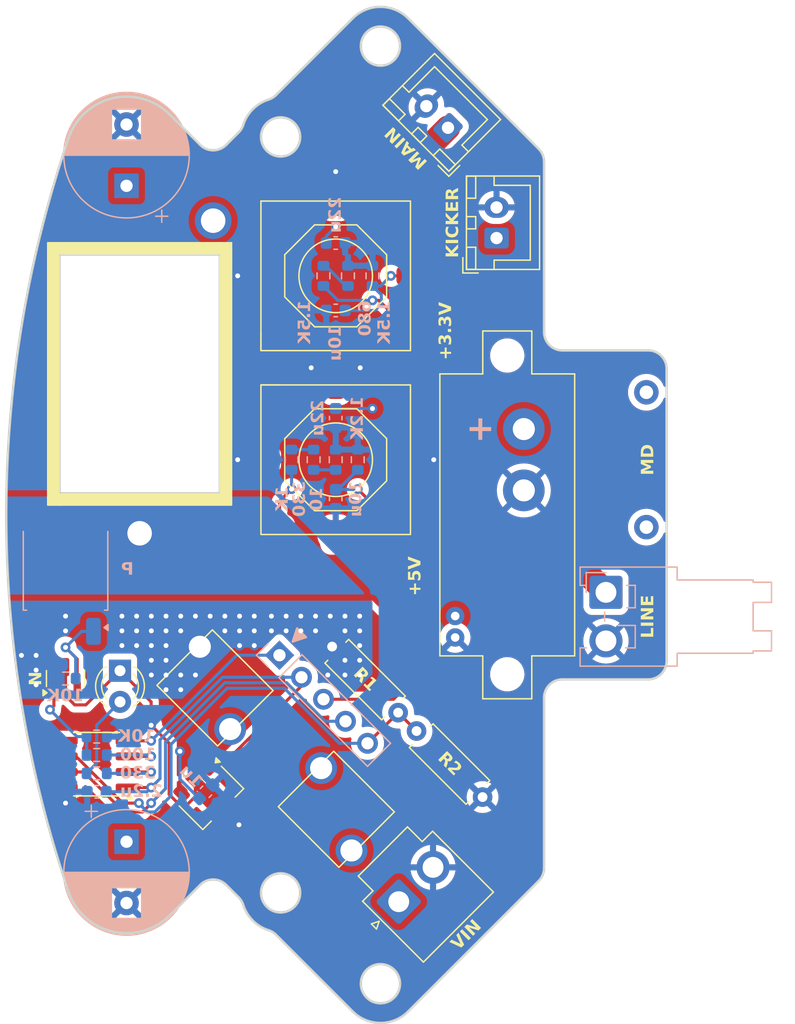
<source format=kicad_pcb>
(kicad_pcb (version 20240108) (generator "pcbnew") (generator_version "8.0")
  (layers (0 "F.Cu" signal) (31 "B.Cu" signal) (34 "B.Paste" user) (35 "F.Paste" user) (36 "B.SilkS" user "B.Silkscreen") (37 "F.SilkS" user "F.Silkscreen") (38 "B.Mask" user) (39 "F.Mask" user) (44 "Edge.Cuts" user))
  (net 0 "")
  (net 1 "GND")
  (net 2 "VIN")
  (net 3 "+3.3V")
  (net 4 "V_RAW")
  (net 5 "+3.3VA")
  (net 6 "+5V")
  (net 7 "Net-(D1-A)")
  (net 8 "Net-(J1-Pin_1)")
  (net 9 "ICSPDAT")
  (net 10 "ICSPCLK")
  (net 11 "MCLR{slash}VPP")
  (net 12 "Net-(Q1-G)")
  (net 13 "Net-(Q1-D)")
  (net 14 "Net-(Q2-G)")
  (net 15 "Net-(U1-GP5)")
  (net 16 "Net-(R6-Pad2)")
  (net 17 "Net-(U2-Trim)")
  (net 18 "V_Control")
  (net 19 "Net-(U4-Trim)")
  (net 20 "Net-(R12-Pad2)")
  (net 21 "Net-(R13-Pad2)")
  (footprint "@2024-Power:Fuse" (layer "F.Cu") (at 92.945 160.605 135)
    (property "Reference" "F1" (hide yes))
    (property "Value" "10A/15A")
    (pad "1" thru_hole circle (at -10.25 -1.5 225) (size 2.6 2.6) (drill 1.8) (layers "*.Cu" "*.Mask") (net 8 "Net-(J1-Pin_1)"))
    (pad "1" thru_hole circle (at -3.75 1.499999 225) (size 2.6 2.6) (drill 1.8) (layers "*.Cu" "*.Mask") (net 8 "Net-(J1-Pin_1)"))
    (pad "2" thru_hole circle (at 3.75 -1.499999 225) (size 2.6 2.6) (drill 1.8) (layers "*.Cu" "*.Mask") (net 4 "V_RAW"))
    (pad "2" thru_hole circle (at 10.25 1.5 225) (size 2.6 2.6) (drill 1.8) (layers "*.Cu" "*.Mask") (net 4 "V_RAW"))
  )
  (footprint "Resistor_THT:R_Axial_DIN0207_L6.3mm_D2.5mm_P7.62mm_Horizontal" (layer "F.Cu") (at 97.552484 152.282839 -45)
    (property "Reference" "R1" (at 3.81 0 135) (layer "F.SilkS"))
    (property "Value" "R")
    (pad "1" thru_hole circle (at 0 0 315) (size 1.6 1.6) (drill 0.8) (layers "*.Cu" "*.Mask") (net 4 "V_RAW"))
    (pad "2" thru_hole oval (at 7.62 0 315) (size 1.6 1.6) (drill 0.8) (layers "*.Cu" "*.Mask") (net 10 "ICSPCLK"))
  )
  (footprint "Package_SO:SOP-8_3.76x4.96mm_P1.27mm" (layer "F.Cu") (at 78.34 161.875 180)
    (property "Reference" "U1" (hide yes))
    (property "Value" "PIC12F683-IMC")
    (pad "1" smd roundrect (at -2.5375 -1.905 180) (size 1.975 0.65) (layers "F.Cu" "F.Paste" "F.Mask") (net 5 "+3.3VA"))
    (pad "2" smd roundrect (at -2.5375 -0.635 180) (size 1.975 0.65) (layers "F.Cu" "F.Paste" "F.Mask") (net 15 "Net-(U1-GP5)"))
    (pad "3" smd roundrect (at -2.5375 0.635 180) (size 1.975 0.65) (layers "F.Cu" "F.Paste" "F.Mask") (net 18 "V_Control"))
    (pad "4" smd roundrect (at -2.5375 1.905 180) (size 1.975 0.65) (layers "F.Cu" "F.Paste" "F.Mask") (net 11 "MCLR{slash}VPP"))
    (pad "5" smd roundrect (at 2.5375 1.905 180) (size 1.975 0.65) (layers "F.Cu" "F.Paste" "F.Mask"))
    (pad "6" smd roundrect (at 2.5375 0.635 180) (size 1.975 0.65) (layers "F.Cu" "F.Paste" "F.Mask") (net 10 "ICSPCLK"))
    (pad "7" smd roundrect (at 2.5375 -0.635 180) (size 1.975 0.65) (layers "F.Cu" "F.Paste" "F.Mask") (net 9 "ICSPDAT"))
    (pad "8" smd roundrect (at 2.5375 -1.905 180) (size 1.975 0.65) (layers "F.Cu" "F.Paste" "F.Mask") (net 1 "GND"))
  )
  (footprint "@2024-Power:OKL-T6-W12N-C" (layer "F.Cu") (at 97.845 122.04)
    (property "Reference" "+3.3V" (at 9 4.5 90) (layer "F.SilkS"))
    (property "Value" "~")
    (pad "1" smd roundrect (at -6.1 0 180) (size 2.286 1.524) (layers "F.Cu" "F.Paste" "F.Mask") (net 1 "GND"))
    (pad "2" smd roundrect (at -6.1 -4.58 180) (size 2.286 1.524) (layers "F.Cu" "F.Paste" "F.Mask") (net 2 "VIN"))
    (pad "2" smd roundrect (at -2.29 -6.1 90) (size 2.286 1.524) (layers "F.Cu" "F.Paste" "F.Mask") (net 2 "VIN"))
    (pad "3" smd roundrect (at 0 -6.1 90) (size 2.286 1.524) (layers "F.Cu" "F.Paste" "F.Mask") (net 1 "GND"))
    (pad "3" smd roundrect (at 2.29 -6.1 90) (size 2.286 1.524) (layers "F.Cu" "F.Paste" "F.Mask") (net 1 "GND"))
    (pad "4" smd roundrect (at 6.1 -4.58 180) (size 2.286 1.524) (layers "F.Cu" "F.Paste" "F.Mask") (net 3 "+3.3V"))
    (pad "5" smd roundrect (at 6.1 0 180) (size 2.286 1.524) (layers "F.Cu" "F.Paste" "F.Mask") (net 3 "+3.3V"))
    (pad "6" smd roundrect (at 6.1 4.58 180) (size 2.286 1.524) (layers "F.Cu" "F.Paste" "F.Mask") (net 17 "Net-(U2-Trim)"))
    (pad "7" smd roundrect (at 0 6.1 90) (size 2.286 1.524) (layers "F.Cu" "F.Paste" "F.Mask") (net 1 "GND"))
  )
  (footprint "@2024-Power:OKL-T6-W12N-C" (layer "F.Cu") (at 97.845 137.04 -90)
    (property "Reference" "+5V" (at 9.5 -6.5 90) (layer "F.SilkS"))
    (property "Value" "~")
    (pad "1" smd roundrect (at -6.1 0 90) (size 2.286 1.524) (layers "F.Cu" "F.Paste" "F.Mask") (net 1 "GND"))
    (pad "2" smd roundrect (at -6.1 -4.58 90) (size 2.286 1.524) (layers "F.Cu" "F.Paste" "F.Mask") (net 2 "VIN"))
    (pad "2" smd roundrect (at -2.29 -6.1) (size 2.286 1.524) (layers "F.Cu" "F.Paste" "F.Mask") (net 2 "VIN"))
    (pad "3" smd roundrect (at 0 -6.1) (size 2.286 1.524) (layers "F.Cu" "F.Paste" "F.Mask") (net 1 "GND"))
    (pad "3" smd roundrect (at 2.29 -6.1) (size 2.286 1.524) (layers "F.Cu" "F.Paste" "F.Mask") (net 1 "GND"))
    (pad "4" smd roundrect (at 6.1 -4.58 90) (size 2.286 1.524) (layers "F.Cu" "F.Paste" "F.Mask") (net 6 "+5V"))
    (pad "5" smd roundrect (at 6.1 0 90) (size 2.286 1.524) (layers "F.Cu" "F.Paste" "F.Mask") (net 6 "+5V"))
    (pad "6" smd roundrect (at 6.1 4.58 90) (size 2.286 1.524) (layers "F.Cu" "F.Paste" "F.Mask") (net 19 "Net-(U4-Trim)"))
    (pad "7" smd roundrect (at 0 6.1) (size 2.286 1.524) (layers "F.Cu" "F.Paste" "F.Mask") (net 1 "GND"))
  )
  (footprint "Connector_JST:JST_VH_B2P-VH-B_1x02_P3.96mm_Vertical" (layer "F.Cu") (at 102.987374 173.09155 45)
    (property "Reference" "VIN" (at 1.98 5.848023 45) (layer "F.SilkS"))
    (property "Value" "Conn_01x02_Pin")
    (pad "1" thru_hole roundrect (at 0 0 45) (size 2.7 2.7) (drill 1.7) (layers "*.Cu" "*.Mask") (roundrect_rratio 0.092593) (net 8 "Net-(J1-Pin_1)"))
    (pad "2" thru_hole circle (at 3.96 0 45) (size 2.7 2.7) (drill 1.7) (layers "*.Cu" "*.Mask") (net 1 "GND"))
  )
  (footprint "Connector_JST:JST_XH_B2B-XH-A_1x02_P2.50mm_Vertical" (layer "F.Cu") (at 107.007453 109.964039 135)
    (property "Reference" "MAIN" (at 1.25 -3.550001 135) (layer "F.SilkS"))
    (property "Value" "Conn_01x02_Pin")
    (pad "1" thru_hole roundrect (at 0 0 135) (size 1.7 2) (drill 1) (layers "*.Cu" "*.Mask") (roundrect_rratio 0.147059) (net 3 "+3.3V"))
    (pad "2" thru_hole oval (at 2.5 0 135) (size 1.7 2) (drill 1) (layers "*.Cu" "*.Mask") (net 1 "GND"))
  )
  (footprint "Package_TO_SOT_SMD:SOT-23" (layer "F.Cu") (at 75.8 154.89 90)
    (property "Reference" "N" (at 0 -2.4 -90) (layer "F.SilkS"))
    (property "Value" "NMOS")
    (pad "1" smd roundrect (at -0.9375 -0.95 90) (size 1.475 0.6) (layers "F.Cu" "F.Paste" "F.Mask") (net 14 "Net-(Q2-G)"))
    (pad "2" smd roundrect (at -0.9375 0.95 90) (size 1.475 0.6) (layers "F.Cu" "F.Paste" "F.Mask") (net 12 "Net-(Q1-G)"))
    (pad "3" smd roundrect (at 0.9375 0 90) (size 1.475 0.6) (layers "F.Cu" "F.Paste" "F.Mask") (net 1 "GND"))
  )
  (footprint "@2024-Power:VoltMeter" (layer "F.Cu") (at 111.845 141.54 -90)
    (property "Reference" "MES1" (hide yes))
    (property "Value" "Voltmeter_DC")
    (pad "" np_thru_hole circle (at -13 0) (size 2.3 2.3) (drill 2.3) (layers "F&B.Cu" "*.Mask"))
    (pad "" np_thru_hole circle (at 13 0) (size 2.3 2.3) (drill 2.3) (layers "F&B.Cu" "*.Mask"))
    (pad "1" thru_hole circle (at 10 4.25) (size 1.5 1.5) (drill 0.7) (layers "*.Cu" "*.Mask") (net 1 "GND"))
    (pad "2" thru_hole circle (at 8.25 4.25) (size 1.5 1.5) (drill 0.7) (layers "*.Cu" "*.Mask") (net 2 "VIN"))
  )
  (footprint "Connector_JST:JST_XH_B2B-XH-A_1x02_P2.50mm_Vertical" (layer "F.Cu") (at 110.969801 118.958924 90)
    (property "Reference" "KICKER" (at 1.25 -3.550001 -90) (layer "F.SilkS"))
    (property "Value" "Conn_01x02_Pin")
    (pad "1" thru_hole roundrect (at 0 0 90) (size 1.7 2) (drill 1) (layers "*.Cu" "*.Mask") (roundrect_rratio 0.147059) (net 2 "VIN"))
    (pad "2" thru_hole oval (at 2.5 0 90) (size 1.7 2) (drill 1) (layers "*.Cu" "*.Mask") (net 1 "GND"))
  )
  (footprint "LED_THT:LED_D3.0mm" (layer "F.Cu") (at 80.245 154.25 -90)
    (property "Reference" "D1" (hide yes))
    (property "Value" "LED")
    (pad "1" thru_hole rect (at 0 0 270) (size 1.8 1.8) (drill 0.9) (layers "*.Cu" "*.Mask") (net 1 "GND"))
    (pad "2" thru_hole circle (at 2.54 0 270) (size 1.8 1.8) (drill 0.9) (layers "*.Cu" "*.Mask") (net 7 "Net-(D1-A)"))
  )
  (footprint "Package_TO_SOT_SMD:SOT-89-3" (layer "F.Cu") (at 87.706272 164.575961 -45)
    (property "Reference" "U3" (hide yes))
    (property "Value" "~")
    (pad "1" smd roundrect (at -1.95 -1.5 315) (size 1.3 0.9) (layers "F.Cu" "F.Paste" "F.Mask") (net 5 "+3.3VA"))
    (pad "2" smd custom (at -1.862499 0 315) (size 1.475 0.9) (layers "F.Cu" "F.Paste" "F.Mask") (net 1 "GND") (options (clearance outline) (anchor rect)) (primitives (gr_poly (pts (xy 3.8625 0.8665) (xy 0.7375 0.8665) (xy 0.7375 -0.8665) (xy 3.8625 -0.8665)) (width 0) (fill yes))))
    (pad "3" smd roundrect (at -1.95 1.5 315) (size 1.3 0.9) (layers "F.Cu" "F.Paste" "F.Mask") (net 4 "V_RAW"))
  )
  (footprint "@2024-Power:RA1113112R" (layer "F.Cu") (at 81.845 130.04 -90)
    (property "Reference" "SW2" (hide yes))
    (property "Value" "Locker-SW")
    (fp_rect (start 9.7 -6.5) (end -9.7 6.5) (stroke (width 0.12)) (fill none) (layer "Edge.Cuts"))
  )
  (footprint "Resistor_THT:R_Axial_DIN0207_L6.3mm_D2.5mm_P7.62mm_Horizontal" (layer "F.Cu") (at 104.440638 159.170993 -45)
    (property "Reference" "R2" (at 3.81 0 135) (layer "F.SilkS"))
    (property "Value" "R")
    (pad "1" thru_hole circle (at 0 0 315) (size 1.6 1.6) (drill 0.8) (layers "*.Cu" "*.Mask") (net 10 "ICSPCLK"))
    (pad "2" thru_hole oval (at 7.62 0 315) (size 1.6 1.6) (drill 0.8) (layers "*.Cu" "*.Mask") (net 1 "GND"))
  )
  (footprint "Capacitor_SMD:C_0603_1608Metric" (layer "B.Cu") (at 87.257259 164.126948 45)
    (property "Reference" "1u" (at 0 -1.75 -45) (layer "B.SilkS") (effects (justify mirror)))
    (property "Value" "1.0uF")
    (pad "1" smd roundrect (at -0.775 0 45) (size 0.9 0.95) (layers "B.Cu" "B.Paste" "B.Mask") (net 4 "V_RAW"))
    (pad "2" smd roundrect (at 0.775 0 45) (size 0.9 0.95) (layers "B.Cu" "B.Paste" "B.Mask") (net 1 "GND"))
  )
  (footprint "Resistor_SMD:R_0603_1608Metric" (layer "B.Cu") (at 78.34 161.125)
    (property "Reference" "100" (at 1.905 0 0) (layer "B.SilkS") (effects (justify right mirror)))
    (property "Value" "100")
    (pad "1" smd roundrect (at -0.825 0) (size 0.8 0.95) (layers "B.Cu" "B.Paste" "B.Mask") (net 14 "Net-(Q2-G)"))
    (pad "2" smd roundrect (at 0.825 0) (size 0.8 0.95) (layers "B.Cu" "B.Paste" "B.Mask") (net 18 "V_Control"))
  )
  (footprint "Resistor_SMD:R_0603_1608Metric" (layer "B.Cu") (at 96.845 122.04 90)
    (property "Reference" "1.5K" (at -2 -1.5 -90) (layer "B.SilkS") (effects (justify left mirror)))
    (property "Value" "1.5K")
    (pad "1" smd roundrect (at -0.825 0 90) (size 0.8 0.95) (layers "B.Cu" "B.Paste" "B.Mask") (net 17 "Net-(U2-Trim)"))
    (pad "2" smd roundrect (at 0.825 0 90) (size 0.8 0.95) (layers "B.Cu" "B.Paste" "B.Mask") (net 16 "Net-(R6-Pad2)"))
  )
  (footprint "Capacitor_THT:CP_Radial_D10.0mm_P5.00mm" (layer "B.Cu") (at 80.776354 114.698064 90)
    (property "Reference" "C6" (hide yes))
    (property "Value" "1000uF")
    (pad "1" thru_hole rect (at 0 0 90) (size 2 2) (drill 1) (layers "*.Cu" "*.Mask") (net 2 "VIN"))
    (pad "2" thru_hole circle (at 5 0 90) (size 2 2) (drill 1) (layers "*.Cu" "*.Mask") (net 1 "GND"))
  )
  (footprint "Capacitor_SMD:C_0603_1608Metric" (layer "B.Cu") (at 78.34 164.125 180)
    (property "Reference" "2.2u" (at -1.905 0 180) (layer "B.SilkS") (effects (justify right mirror)))
    (property "Value" "2.2uF")
    (pad "1" smd roundrect (at -0.775 0 180) (size 0.9 0.95) (layers "B.Cu" "B.Paste" "B.Mask") (net 5 "+3.3VA"))
    (pad "2" smd roundrect (at 0.775 0 180) (size 0.9 0.95) (layers "B.Cu" "B.Paste" "B.Mask") (net 1 "GND"))
  )
  (footprint "Resistor_SMD:R_0603_1608Metric" (layer "B.Cu") (at 78.34 162.625 180)
    (property "Reference" "330" (at -1.905 0 180) (layer "B.SilkS") (effects (justify right mirror)))
    (property "Value" "330")
    (pad "1" smd roundrect (at -0.825 0 180) (size 0.8 0.95) (layers "B.Cu" "B.Paste" "B.Mask") (net 15 "Net-(U1-GP5)"))
    (pad "2" smd roundrect (at 0.825 0 180) (size 0.8 0.95) (layers "B.Cu" "B.Paste" "B.Mask") (net 7 "Net-(D1-A)"))
  )
  (footprint "Resistor_SMD:R_0603_1608Metric" (layer "B.Cu") (at 98.845 122.04 90)
    (property "Reference" "680" (at -2 1.43 -90) (layer "B.SilkS") (effects (justify left mirror)))
    (property "Value" "680")
    (pad "1" smd roundrect (at -0.825 0 90) (size 0.8 0.95) (layers "B.Cu" "B.Paste" "B.Mask") (net 16 "Net-(R6-Pad2)"))
    (pad "2" smd roundrect (at 0.825 0 90) (size 0.8 0.95) (layers "B.Cu" "B.Paste" "B.Mask") (net 1 "GND"))
  )
  (footprint "Resistor_SMD:R_0603_1608Metric" (layer "B.Cu") (at 97.845 137.04 -90)
    (property "Reference" "10" (at 3.2 1.53 90) (layer "B.SilkS") (effects (justify mirror)))
    (property "Value" "10")
    (pad "1" smd roundrect (at -0.825 0 270) (size 0.8 0.95) (layers "B.Cu" "B.Paste" "B.Mask") (net 1 "GND"))
    (pad "2" smd roundrect (at 0.825 0 270) (size 0.8 0.95) (layers "B.Cu" "B.Paste" "B.Mask") (net 21 "Net-(R13-Pad2)"))
  )
  (footprint "Resistor_SMD:R_0603_1608Metric" (layer "B.Cu") (at 99.645 137.04 90)
    (property "Reference" "1.2K" (at 3.4 0 -90) (layer "B.SilkS") (effects (justify mirror)))
    (property "Value" "1.2K")
    (pad "1" smd roundrect (at -0.825 0 90) (size 0.8 0.95) (layers "B.Cu" "B.Paste" "B.Mask") (net 6 "+5V"))
    (pad "2" smd roundrect (at 0.825 0 90) (size 0.8 0.95) (layers "B.Cu" "B.Paste" "B.Mask") (net 1 "GND"))
  )
  (footprint "Capacitor_SMD:C_0603_1608Metric" (layer "B.Cu") (at 97.845 133.64 -90)
    (property "Reference" "22u" (at 0 1.43 90) (layer "B.SilkS") (effects (justify mirror)))
    (property "Value" "22uF")
    (pad "1" smd roundrect (at -0.775 0 270) (size 0.9 0.95) (layers "B.Cu" "B.Paste" "B.Mask") (net 2 "VIN"))
    (pad "2" smd roundrect (at 0.775 0 270) (size 0.9 0.95) (layers "B.Cu" "B.Paste" "B.Mask") (net 1 "GND"))
  )
  (footprint "Capacitor_SMD:C_0603_1608Metric" (layer "B.Cu") (at 97.845 119.365)
    (property "Reference" "22u" (at 0 -0.825 90) (layer "B.SilkS") (effects (justify right mirror)))
    (property "Value" "22uF")
    (pad "1" smd roundrect (at -0.775 0) (size 0.9 0.95) (layers "B.Cu" "B.Paste" "B.Mask") (net 2 "VIN"))
    (pad "2" smd roundrect (at 0.775 0) (size 0.9 0.95) (layers "B.Cu" "B.Paste" "B.Mask") (net 1 "GND"))
  )
  (footprint "Connector_PinSocket_2.54mm:PinSocket_1x05_P2.54mm_Vertical" (layer "B.Cu") (at 93.256433 152.986788 -135)
    (property "Reference" "J2" (hide yes))
    (property "Value" "Conn_01x05_Pin")
    (pad "1" thru_hole rect (at 0 0 225) (size 1.7 1.7) (drill 1) (layers "*.Cu" "*.Mask") (net 11 "MCLR{slash}VPP"))
    (pad "2" thru_hole oval (at 0 -2.54 225) (size 1.7 1.7) (drill 1) (layers "*.Cu" "*.Mask") (net 5 "+3.3VA"))
    (pad "3" thru_hole oval (at 0 -5.079999 225) (size 1.7 1.7) (drill 1) (layers "*.Cu" "*.Mask") (net 1 "GND"))
    (pad "4" thru_hole oval (at 0 -7.62 225) (size 1.7 1.7) (drill 1) (layers "*.Cu" "*.Mask") (net 9 "ICSPDAT"))
    (pad "5" thru_hole oval (at 0 -10.16 225) (size 1.7 1.7) (drill 1) (layers "*.Cu" "*.Mask") (net 10 "ICSPCLK"))
  )
  (footprint "Capacitor_SMD:C_0603_1608Metric" (layer "B.Cu") (at 97.845 124.865 180)
    (property "Reference" "10u" (at 0 -1.175 -90) (layer "B.SilkS") (effects (justify left mirror)))
    (property "Value" "22uF")
    (pad "1" smd roundrect (at -0.775 0 180) (size 0.9 0.95) (layers "B.Cu" "B.Paste" "B.Mask") (net 3 "+3.3V"))
    (pad "2" smd roundrect (at 0.775 0 180) (size 0.9 0.95) (layers "B.Cu" "B.Paste" "B.Mask") (net 1 "GND"))
  )
  (footprint "Resistor_SMD:R_0603_1608Metric" (layer "B.Cu") (at 94.245 137.04 90)
    (property "Reference" "1K" (at -3.2 -0.73 -90) (layer "B.SilkS") (effects (justify mirror)))
    (property "Value" "1K")
    (pad "1" smd roundrect (at -0.825 0 90) (size 0.8 0.95) (layers "B.Cu" "B.Paste" "B.Mask") (net 19 "Net-(U4-Trim)"))
    (pad "2" smd roundrect (at 0.825 0 90) (size 0.8 0.95) (layers "B.Cu" "B.Paste" "B.Mask") (net 20 "Net-(R12-Pad2)"))
  )
  (footprint "Resistor_SMD:R_0603_1608Metric" (layer "B.Cu") (at 78.34 159.625)
    (property "Reference" "10K" (at 1.7475 0 0) (layer "B.SilkS") (effects (justify right mirror)))
    (property "Value" "10K")
    (pad "1" smd roundrect (at -0.825 0) (size 0.8 0.95) (layers "B.Cu" "B.Paste" "B.Mask") (net 14 "Net-(Q2-G)"))
    (pad "2" smd roundrect (at 0.825 0) (size 0.8 0.95) (layers "B.Cu" "B.Paste" "B.Mask") (net 1 "GND"))
  )
  (footprint "Resistor_SMD:R_0603_1608Metric" (layer "B.Cu") (at 96.045 137.04 -90)
    (property "Reference" "330" (at 3.2 1.13 90) (layer "B.SilkS") (effects (justify mirror)))
    (property "Value" "330")
    (pad "1" smd roundrect (at -0.825 0 270) (size 0.8 0.95) (layers "B.Cu" "B.Paste" "B.Mask") (net 20 "Net-(R12-Pad2)"))
    (pad "2" smd roundrect (at 0.825 0 270) (size 0.8 0.95) (layers "B.Cu" "B.Paste" "B.Mask") (net 21 "Net-(R13-Pad2)"))
  )
  (footprint "Capacitor_SMD:C_0603_1608Metric" (layer "B.Cu") (at 97.845 140.24 -90)
    (property "Reference" "10u" (at 0 -1.67 90) (layer "B.SilkS") (effects (justify mirror)))
    (property "Value" "10uF")
    (pad "1" smd roundrect (at -0.775 0 270) (size 0.9 0.95) (layers "B.Cu" "B.Paste" "B.Mask") (net 6 "+5V"))
    (pad "2" smd roundrect (at 0.775 0 270) (size 0.9 0.95) (layers "B.Cu" "B.Paste" "B.Mask") (net 1 "GND"))
  )
  (footprint "Connector_JST:JST_VH_S2P-VH_1x02_P3.96mm_Horizontal" (layer "B.Cu") (at 119.897677 147.85816 -90)
    (property "Reference" "LINE" (at 1.98 -3.447323 -90) (layer "F.SilkS"))
    (property "Value" "Conn_01x02_Pin")
    (pad "1" thru_hole roundrect (at 0 0 270) (size 2.7 2.7) (drill 1.7) (layers "*.Cu" "*.Mask") (roundrect_rratio 0.092593) (net 6 "+5V"))
    (pad "2" thru_hole circle (at 3.96 0 270) (size 2.7 2.7) (drill 1.7) (layers "*.Cu" "*.Mask") (net 1 "GND"))
  )
  (footprint "Resistor_SMD:R_0603_1608Metric" (layer "B.Cu") (at 75.8 154.89)
    (property "Reference" "10K" (at 0 1.43 0) (layer "B.SilkS") (effects (justify mirror)))
    (property "Value" "10K")
    (pad "1" smd roundrect (at -0.825 0) (size 0.8 0.95) (layers "B.Cu" "B.Paste" "B.Mask") (net 4 "V_RAW"))
    (pad "2" smd roundrect (at 0.825 0) (size 0.8 0.95) (layers "B.Cu" "B.Paste" "B.Mask") (net 12 "Net-(Q1-G)"))
  )
  (footprint "@2024-Power:XT30PW-M" (layer "B.Cu") (at 113.195 137.04 -90)
    (property "Reference" "MD" (at 0 -10.15 90) (layer "F.SilkS"))
    (property "Value" "Conn_01x02_Pin")
    (fp_text user "+" (at -2.5 3.5 90) (layer "B.SilkS") (effects (font (size 2 2)) (justify mirror)))
    (pad "" thru_hole circle (at -5.5 -10 270) (size 2 2) (drill 1.1) (layers "*.Cu" "*.Mask"))
    (pad "" thru_hole circle (at 5.5 -10 270) (size 2 2) (drill 1.1) (layers "*.Cu" "*.Mask"))
    (pad "1" thru_hole circle (at -2.5 0 270) (size 3.4 3.4) (drill 1.8) (layers "*.Cu" "*.Mask") (net 2 "VIN"))
    (pad "2" thru_hole circle (at 2.5 0 270) (size 3.4 3.4) (drill 1.8) (layers "*.Cu" "*.Mask") (net 1 "GND"))
  )
  (footprint "Package_TO_SOT_SMD:TO-252-2" (layer "B.Cu") (at 75.8 146 90)
    (property "Reference" "P" (at 0 5.045 0) (layer "B.SilkS") (effects (justify mirror)))
    (property "Value" "PMOS")
    (pad "1" smd roundrect (at -5.04 2.28 90) (size 2.2 1.2) (layers "B.Cu" "B.Paste" "B.Mask") (roundrect_rratio 0.208333) (net 12 "Net-(Q1-G)"))
    (pad "2" smd roundrect (at -0.415 -1.525 90) (size 3.05 2.75) (layers "B.Cu" "B.Paste") (roundrect_rratio 0.090909) (net 13 "Net-(Q1-D)"))
    (pad "2" smd roundrect (at -0.415 1.525 90) (size 3.05 2.75) (layers "B.Cu" "B.Paste") (roundrect_rratio 0.090909) (net 13 "Net-(Q1-D)"))
    (pad "2" smd roundrect (at 1.26 0 90) (size 6.4 5.8) (layers "B.Cu" "B.Mask") (roundrect_rratio 0.043103) (net 13 "Net-(Q1-D)"))
    (pad "2" smd roundrect (at 2.935 -1.525 90) (size 3.05 2.75) (layers "B.Cu" "B.Paste") (roundrect_rratio 0.090909) (net 13 "Net-(Q1-D)"))
    (pad "2" smd roundrect (at 2.935 1.525 90) (size 3.05 2.75) (layers "B.Cu" "B.Paste") (roundrect_rratio 0.090909) (net 13 "Net-(Q1-D)"))
    (pad "3" smd roundrect (at -5.04 -2.28 90) (size 2.2 1.2) (layers "B.Cu" "B.Paste" "B.Mask") (roundrect_rratio 0.208333) (net 4 "V_RAW"))
  )
  (footprint "Resistor_SMD:R_0603_1608Metric" (layer "B.Cu") (at 100.845 122.04 90)
    (property "Reference" "1.5K" (at -2 1 -90) (layer "B.SilkS") (effects (justify left mirror)))
    (property "Value" "1.2K")
    (pad "1" smd roundrect (at -0.825 0 90) (size 0.8 0.95) (layers "B.Cu" "B.Paste" "B.Mask") (net 3 "+3.3V"))
    (pad "2" smd roundrect (at 0.825 0 90) (size 0.8 0.95) (layers "B.Cu" "B.Paste" "B.Mask") (net 1 "GND"))
  )
  (footprint "Capacitor_THT:CP_Radial_D10.0mm_P5.00mm" (layer "B.Cu") (at 80.776364 168.20053 -90)
    (property "Reference" "C7" (hide yes))
    (property "Value" "1000uF")
    (pad "1" thru_hole rect (at 0 0 270) (size 2 2) (drill 1) (layers "*.Cu" "*.Mask") (net 4 "V_RAW"))
    (pad "2" thru_hole circle (at 5 0 270) (size 2 2) (drill 1) (layers "*.Cu" "*.Mask") (net 1 "GND"))
  )
  (gr_poly (pts (xy 94.345 151.865) (xy 94.698553 150.80434) (xy 95.40566 151.511447)) (stroke (width 0.2)) (fill solid) (layer "B.SilkS"))
  (gr_circle (center 93.347663 110.708953) (end 94.947663 110.708953) (stroke (width 0.2)) (fill none) (layer "Edge.Cuts"))
  (gr_line (start 123.345 128.124458) (end 116.345 128.124458) (stroke (width 0.2)) (layer "Edge.Cuts"))
  (gr_circle (center 101.494823 179.780436) (end 103.094823 179.780436) (stroke (width 0.2)) (fill none) (layer "Edge.Cuts"))
  (gr_line (start 99.232052 101.037052) (end 92.975902 107.293202) (stroke (width 0.2)) (layer "Edge.Cuts"))
  (gr_arc (start 88.908322 111.36078) (mid 87.847673 111.800087) (end 86.787002 111.360781) (stroke (width 0.2)) (layer "Edge.Cuts"))
  (gr_arc (start 124.845 153.4556) (mid 124.41025 154.511733) (end 123.357977 154.955742) (stroke (width 0.2)) (layer "Edge.Cuts"))
  (gr_line (start 114.405671 111.685129) (end 103.757564 101.037022) (stroke (width 0.2)) (layer "Edge.Cuts"))
  (gr_line (start 114.845 126.611324) (end 114.845 112.745778) (stroke (width 0.2)) (layer "Edge.Cuts"))
  (gr_arc (start 99.232052 101.037052) (mid 101.494795 100.099791) (end 103.757564 101.037022) (stroke (width 0.2)) (layer "Edge.Cuts"))
  (gr_arc (start 90.299903 109.733678) (mid 90.150078 110.060505) (end 89.926802 110.342302) (stroke (width 0.2)) (layer "Edge.Cuts"))
  (gr_arc (start 92.372388 175.419007) (mid 92.696131 175.566946) (end 92.975902 175.786998) (stroke (width 0.2)) (layer "Edge.Cuts"))
  (gr_arc (start 89.931952 172.743048) (mid 90.15198 173.022802) (end 90.299903 173.346522) (stroke (width 0.2)) (layer "Edge.Cuts"))
  (gr_arc (start 114.845 170.3344) (mid 114.73201 170.905583) (end 114.410037 171.390705) (stroke (width 0.2)) (layer "Edge.Cuts"))
  (gr_line (start 89.926802 110.342302) (end 88.908323 111.360781) (stroke (width 0.2)) (layer "Edge.Cuts"))
  (gr_arc (start 92.372388 175.419007) (mid 91.084923 174.633986) (end 90.299903 173.346522) (stroke (width 0.2)) (layer "Edge.Cuts"))
  (gr_arc (start 76.042231 172.267788) (mid 70.963795 141.5401) (end 76.042231 110.812412) (stroke (width 0.2)) (layer "Edge.Cuts"))
  (gr_arc (start 123.345 128.124458) (mid 124.40564 128.563801) (end 124.845 129.624458) (stroke (width 0.2)) (layer "Edge.Cuts"))
  (gr_arc (start 116.345 128.124458) (mid 115.279715 127.680439) (end 114.845 126.611324) (stroke (width 0.2)) (layer "Edge.Cuts"))
  (gr_line (start 84.311887 174.194535) (end 86.78701 171.719411) (stroke (width 0.2)) (layer "Edge.Cuts"))
  (gr_circle (center 93.347663 172.371247) (end 94.947663 172.371247) (stroke (width 0.2)) (fill none) (layer "Edge.Cuts"))
  (gr_line (start 124.845 153.4556) (end 124.845 129.624458) (stroke (width 0.2)) (layer "Edge.Cuts"))
  (gr_arc (start 92.975902 107.293202) (mid 92.69613 107.513252) (end 92.372388 107.661193) (stroke (width 0.2)) (layer "Edge.Cuts"))
  (gr_line (start 103.757571 182.043171) (end 114.410037 171.390705) (stroke (width 0.2)) (layer "Edge.Cuts"))
  (gr_line (start 88.917351 171.728447) (end 89.931952 172.743048) (stroke (width 0.2)) (layer "Edge.Cuts"))
  (gr_circle (center 101.494823 103.299764) (end 103.094823 103.299764) (stroke (width 0.2)) (fill none) (layer "Edge.Cuts"))
  (gr_line (start 116.345 154.955742) (end 123.357977 154.955742) (stroke (width 0.2)) (layer "Edge.Cuts"))
  (gr_arc (start 86.78701 171.719411) (mid 87.854063 171.280101) (end 88.917351 171.728447) (stroke (width 0.2)) (layer "Edge.Cuts"))
  (gr_arc (start 114.845 156.4557) (mid 115.284346 155.395075) (end 116.345 154.955742) (stroke (width 0.2)) (layer "Edge.Cuts"))
  (gr_line (start 114.845 170.3344) (end 114.845 156.4557) (stroke (width 0.2)) (layer "Edge.Cuts"))
  (gr_arc (start 90.299903 109.733678) (mid 91.084927 108.446219) (end 92.372388 107.661193) (stroke (width 0.2)) (layer "Edge.Cuts"))
  (gr_arc (start 84.311887 174.194535) (mid 79.641785 175.528578) (end 76.042231 172.267788) (stroke (width 0.2)) (layer "Edge.Cuts"))
  (gr_line (start 92.975902 175.786998) (end 99.241173 182.052269) (stroke (width 0.2)) (layer "Edge.Cuts"))
  (gr_arc (start 114.405671 111.685129) (mid 114.730818 112.171759) (end 114.845 112.745778) (stroke (width 0.2)) (layer "Edge.Cuts"))
  (gr_arc (start 76.042231 110.812412) (mid 79.64177 107.551614) (end 84.311872 108.88565) (stroke (width 0.2)) (layer "Edge.Cuts"))
  (gr_arc (start 103.757571 182.043171) (mid 101.50125 182.980435) (end 99.241173 182.052269) (stroke (width 0.2)) (layer "Edge.Cuts"))
  (gr_line (start 86.787002 111.360781) (end 84.311872 108.88565) (stroke (width 0.2)) (layer "Edge.Cuts"))
  (segment (start 97.245 128.14) (end 95.845 129.54) (width 1) (layer "F.Cu") (net 1))
  (segment (start 75.8025 165.0475) (end 75.8 165.05) (width 0.25) (layer "F.Cu") (net 1))
  (segment (start 76.549092 157.04) (end 77.455 157.04) (width 0.25) (layer "F.Cu") (net 1))
  (segment (start 97.845 115.94) (end 97.845 113.54) (width 1) (layer "F.Cu") (net 1))
  (segment (start 96.848535 156.57889) (end 102.55611 156.57889) (width 0.25) (layer "F.Cu") (net 1))
  (segment (start 86.389286 163.258975) (end 89.951336 166.821025) (width 0.25) (layer "F.Cu") (net 1))
  (segment (start 75.8 156.290908) (end 76.549092 157.04) (width 0.25) (layer "F.Cu") (net 1))
  (segment (start 82.785 158.7) (end 82.785 156.79) (width 0.25) (layer "F.Cu") (net 1))
  (segment (start 84.252727 164.339752) (end 85.184765 165.27179) (width 0.25) (layer "F.Cu") (net 1))
  (segment (start 91.745 137.04) (end 89.845 137.04) (width 1) (layer "F.Cu") (net 1))
  (segment (start 86.389286 164.514091) (end 86.389286 163.258975) (width 0.25) (layer "F.Cu") (net 1))
  (segment (start 77.455 157.04) (end 80.245 154.25) (width 0.25) (layer "F.Cu") (net 1))
  (segment (start 98.445 130.94) (end 99.845 129.54) (width 1) (layer "F.Cu") (net 1))
  (segment (start 102.55611 156.57889) (end 107.595 151.54) (width 0.25) (layer "F.Cu") (net 1))
  (segment (start 103.945 137.04) (end 105.845 137.04) (width 1) (layer "F.Cu") (net 1))
  (segment (start 97.845 128.14) (end 97.845 130.94) (width 1) (layer "F.Cu") (net 1))
  (segment (start 82.785 158.7) (end 84.252727 160.167727) (width 0.25) (layer "F.Cu") (net 1))
  (segment (start 97.845 128.14) (end 97.245 128.14) (width 1) (layer "F.Cu") (net 1))
  (segment (start 75.8 153.9525) (end 75.8 156.290908) (width 0.25) (layer "F.Cu") (net 1))
  (segment (start 85.184765 165.27179) (end 85.631587 165.27179) (width 0.25) (layer "F.Cu") (net 1))
  (segment (start 85.631587 165.27179) (end 86.389286 164.514091) (width 0.25) (layer "F.Cu") (net 1))
  (segment (start 75.8025 163.78) (end 75.8025 165.0475) (width 0.25) (layer "F.Cu") (net 1))
  (segment (start 103.945 139.33) (end 103.945 137.04) (width 1) (layer "F.Cu") (net 1))
  (segment (start 97.845 115.94) (end 100.135 115.94) (width 1) (layer "F.Cu") (net 1))
  (segment (start 82.785 156.79) (end 80.245 154.25) (width 0.25) (layer "F.Cu") (net 1))
  (segment (start 97.845 130.94) (end 98.445 130.94) (width 1) (layer "F.Cu") (net 1))
  (segment (start 91.745 122.04) (end 89.845 122.04) (width 1) (layer "F.Cu") (net 1))
  (segment (start 84.252727 160.167727) (end 84.252727 164.339752) (width 0.25) (layer "F.Cu") (net 1))
  (via (at 89.845 137.04) (size 0.8) (drill 0.4) (layers "F.Cu" "B.Cu") (net 1))
  (via (at 99.845 129.54) (size 0.8) (drill 0.4) (layers "F.Cu" "B.Cu") (net 1))
  (via (at 105.845 137.04) (size 0.8) (drill 0.4) (layers "F.Cu" "B.Cu") (net 1))
  (via (at 89.845 122.04) (size 0.8) (drill 0.4) (layers "F.Cu" "B.Cu") (net 1))
  (via (at 75.8 165.05) (size 0.8) (drill 0.4) (layers "F.Cu" "B.Cu") (net 1))
  (via (at 82.785 158.7) (size 0.8) (drill 0.4) (layers "F.Cu" "B.Cu") (net 1))
  (via (at 89.951336 166.821025) (size 0.8) (drill 0.4) (layers "F.Cu" "B.Cu") (net 1))
  (via (at 95.845 129.54) (size 0.8) (drill 0.4) (layers "F.Cu" "B.Cu") (net 1))
  (via (at 97.845 113.54) (size 0.8) (drill 0.4) (layers "F.Cu" "B.Cu") (net 1))
  (segment (start 81.86 159.625) (end 82.785 158.7) (width 0.25) (layer "B.Cu") (net 1))
  (segment (start 79.165 159.625) (end 81.86 159.625) (width 0.25) (layer "B.Cu") (net 1))
  (segment (start 103.135 134.75) (end 103.945 134.75) (width 0.25) (layer "F.Cu") (net 2))
  (segment (start 97.845 118.04) (end 97.655 118.04) (width 0.25) (layer "F.Cu") (net 2))
  (via (at 87.845 117.54) (size 3) (drill 2) (layers "F.Cu" "B.Cu") (net 2))
  (via (at 100.845 132.865) (size 0.8) (drill 0.4) (layers "F.Cu" "B.Cu") (net 2))
  (via (at 97.845 118.04) (size 0.8) (drill 0.4) (layers "F.Cu" "B.Cu") (net 2))
  (segment (start 97.845 118.04) (end 97.07 118.815) (width 0.25) (layer "B.Cu") (net 2))
  (segment (start 97.845 132.865) (end 98.095 132.865) (width 0.25) (layer "B.Cu") (net 2))
  (segment (start 97.07 118.815) (end 97.07 119.365) (width 0.25) (layer "B.Cu") (net 2))
  (segment (start 100.845 132.865) (end 97.845 132.865) (width 0.25) (layer "B.Cu") (net 2))
  (segment (start 102.345 122.04) (end 103.945 122.04) (width 0.25) (layer "F.Cu") (net 3))
  (segment (start 103.945 117.46) (end 103.945 122.04) (width 2) (layer "F.Cu") (net 3))
  (segment (start 103.945 117.46) (end 103.945 113.026492) (width 2) (layer "F.Cu") (net 3))
  (segment (start 103.945 113.026492) (end 107.007453 109.964039) (width 2) (layer "F.Cu") (net 3))
  (via (at 102.345 122.04) (size 0.8) (drill 0.4) (layers "F.Cu" "B.Cu") (net 3))
  (segment (start 101.52 122.865) (end 102.345 122.04) (width 0.25) (layer "B.Cu") (net 3))
  (segment (start 101.045305 124.865) (end 101.57 124.340305) (width 0.25) (layer "B.Cu") (net 3))
  (segment (start 101.57 124.340305) (end 101.57 123.59) (width 0.25) (layer "B.Cu") (net 3))
  (segment (start 101.57 123.59) (end 100.845 122.865) (width 0.25) (layer "B.Cu") (net 3))
  (segment (start 100.845 122.865) (end 101.52 122.865) (width 0.25) (layer "B.Cu") (net 3))
  (segment (start 98.62 124.865) (end 101.045305 124.865) (width 0.25) (layer "B.Cu") (net 3))
  (segment (start 85.135 164.126009) (end 85.266754 164.257763) (width 0.25) (layer "F.Cu") (net 4))
  (segment (start 85.135 160.82083) (end 85.135 164.126009) (width 0.25) (layer "F.Cu") (net 4))
  (via (at 80.4 152.2) (size 0.8) (drill 0.4) (layers "F.Cu" "B.Cu") (net 4))
  (via (at 97.2 154.6) (size 0.8) (drill 0.4) (layers "F.Cu" "B.Cu") (net 4))
  (via (at 93.8 149.8) (size 0.8) (drill 0.4) (layers "F.Cu" "B.Cu") (net 4))
  (via (at 99.8 154.6) (size 0.8) (drill 0.4) (layers "F.Cu" "B.Cu") (net 4))
  (via (at 84 152.2) (size 0.8) (drill 0.4) (layers "F.Cu" "B.Cu") (net 4))
  (via (at 73.4 154.2) (size 0.8) (drill 0.4) (layers "F.Cu" "B.Cu") (net 4))
  (via (at 85.2 149.8) (size 0.8) (drill 0.4) (layers "F.Cu" "B.Cu") (net 4))
  (via (at 84 154.6) (size 0.8) (drill 0.4) (layers "F.Cu" "B.Cu") (net 4))
  (via (at 90 152.2) (size 0.8) (drill 0.4) (layers "F.Cu" "B.Cu") (net 4))
  (via (at 98.6 153.4) (size 0.8) (drill 0.4) (layers "F.Cu" "B.Cu") (net 4))
  (via (at 85.2 155.8) (size 0.8) (drill 0.4) (layers "F.Cu" "B.Cu") (net 4))
  (via (at 93.8 151) (size 0.8) (drill 0.4) (layers "F.Cu" "B.Cu") (net 4))
  (via (at 81.6 149.8) (size 0.8) (drill 0.4) (layers "F.Cu" "B.Cu") (net 4))
  (via (at 82.8 151) (size 0.8) (drill 0.4) (layers "F.Cu" "B.Cu") (net 4))
  (via (at 99.8 153.4) (size 0.8) (drill 0.4) (layers "F.Cu" "B.Cu") (net 4))
  (via (at 92.6 149.8) (size 0.8) (drill 0.4) (layers "F.Cu" "B.Cu") (net 4))
  (via (at 99.8 151) (size 0.8) (drill 0.4) (layers "F.Cu" "B.Cu") (net 4))
  (via (at 96.2 151) (size 0.8) (drill 0.4) (layers "F.Cu" "B.Cu") (net 4))
  (via (at 73.4 155.4) (size 0.8) (drill 0.4) (layers "F.Cu" "B.Cu") (net 4))
  (via (at 91.2 152.2) (size 0.8) (drill 0.4) (layers "F.Cu" "B.Cu") (net 4))
  (via (at 75.8 151) (size 0.8) (drill 0.4) (layers "F.Cu" "B.Cu") (net 4))
  (via (at 88.8 151) (size 0.8) (drill 0.4) (layers "F.Cu" "B.Cu") (net 4))
  (via (at 81.6 152.2) (size 0.8) (drill 0.4) (layers "F.Cu" "B.Cu") (net 4))
  (via (at 72.2 153) (size 0.8) (drill 0.4) (layers "F.Cu" "B.Cu") (net 4))
  (via (at 80.4 149.8) (size 0.8) (drill 0.4) (layers "F.Cu" "B.Cu") (net 4))
  (via (at 82.8 153.4) (size 0.8) (drill 0.4) (layers "F.Cu" "B.Cu") (net 4))
  (via (at 75.8 149.8) (size 0.8) (drill 0.4) (layers "F.Cu" "B.Cu") (net 4))
  (via (at 88.8 149.8) (size 0.8) (drill 0.4) (layers "F.Cu" "B.Cu") (net 4))
  (via (at 86.4 154.6) (size 0.8) (drill 0.4) (layers "F.Cu" "B.Cu") (net 4))
  (via (at 95 151) (size 0.8) (drill 0.4) (layers "F.Cu" "B.Cu") (net 4))
  (via (at 95 149.8) (size 0.8) (drill 0.4) (layers "F.Cu" "B.Cu") (net 4))
  (via (at 92.6 151) (size 0.8) (drill 0.4) (layers "F.Cu" "B.Cu") (net 4))
  (via (at 81.6 151) (size 0.8) (drill 0.4) (layers "F.Cu" "B.Cu") (net 4))
  (via (at 82.8 154.6) (size 0.8) (drill 0.4) (layers "F.Cu" "B.Cu") (net 4))
  (via (at 84 151) (size 0.8) (drill 0.4) (layers "F.Cu" "B.Cu") (net 4))
  (via (at 98.6 149.8) (size 0.8) (drill 0.4) (layers "F.Cu" "B.Cu") (net 4))
  (via (at 91.2 151) (size 0.8) (drill 0.4) (layers "F.Cu" "B.Cu") (net 4))
  (via (at 90 151) (size 0.8) (drill 0.4) (layers "F.Cu" "B.Cu") (net 4))
  (via (at 86.4 149.8) (size 0.8) (drill 0.4) (layers "F.Cu" "B.Cu") (net 4))
  (via (at 84 153.4) (size 0.8) (drill 0.4) (layers "F.Cu" "B.Cu") (net 4))
  (via (at 84 155.8) (size 0.8) (drill 0.4) (layers "F.Cu" "B.Cu") (net 4))
  (via (at 84 149.8) (size 0.8) (drill 0.4) (layers "F.Cu" "B.Cu") (net 4))
  (via (at 98.6 151) (size 0.8) (drill 0.4) (layers "F.Cu" "B.Cu") (net 4))
  (via (at 91.2 149.8) (size 0.8) (drill 0.4) (layers "F.Cu" "B.Cu") (net 4))
  (via (at 73.4 153) (size 0.8) (drill 0.4) (layers "F.Cu" "B.Cu") (net 4))
  (via (at 99.8 152.2) (size 0.8) (drill 0.4) (layers "F.Cu" "B.Cu") (net 4))
  (via (at 85.135 160.82083) (size 0.8) (drill 0.4) (layers "F.Cu" "B.Cu") (net 4))
  (via (at 82.8 149.8) (size 0.8) (drill 0.4) (layers "F.Cu" "B.Cu") (net 4))
  (via (at 85.2 151) (size 0.8) (drill 0.4) (layers "F.Cu" "B.Cu") (net 4))
  (via (at 96.2 149.8) (size 0.8) (drill 0.4) (layers "F.Cu" "B.Cu") (net 4))
  (via (at 97.4 149.8) (size 0.8) (drill 0.4) (layers "F.Cu" "B.Cu") (net 4))
  (via (at 90 149.8) (size 0.8) (drill 0.4) (layers "F.Cu" "B.Cu") (net 4))
  (via (at 80.4 151) (size 0.8) (drill 0.4) (layers "F.Cu" "B.Cu") (net 4))
  (via (at 85.2 154.6) (size 0.8) (drill 0.4) (layers "F.Cu" "B.Cu") (net 4))
  (via (at 82.8 152.2) (size 0.8) (drill 0.4) (layers "F.Cu" "B.Cu") (net 4))
  (via (at 99.8 149.8) (size 0.8) (drill 0.4) (layers "F.Cu" "B.Cu") (net 4))
  (via (at 98.6 154.6) (size 0.8) (drill 0.4) (layers "F.Cu" "B.Cu") (net 4))
  (via (at 87.6 149.8) (size 0.8) (drill 0.4) (layers "F.Cu" "B.Cu") (net 4))
  (segment (start 85.135 160.82083) (end 85.135 163.100705) (width 0.25) (layer "B.Cu") (net 4))
  (segment (start 85.135 163.100705) (end 86.709251 164.674956) (width 0.25) (layer "B.Cu") (net 4))
  (segment (start 80.8775 163.78) (end 82.7825 163.78) (width 0.25) (layer "F.Cu") (net 5))
  (segment (start 88.408354 162.136443) (end 95.052484 155.492313) (width 0.25) (layer "F.Cu") (net 5))
  (segment (start 95.052484 155.492313) (end 95.052484 154.782839) (width 0.25) (layer "F.Cu") (net 5))
  (segment (start 87.388074 162.136443) (end 88.408354 162.136443) (width 0.25) (layer "F.Cu") (net 5))
  (via (at 82.7825 163.78) (size 0.8) (drill 0.4) (layers "F.Cu" "B.Cu") (net 5))
  (segment (start 83.51 159.881396) (end 83.51 163.0525) (width 0.25) (layer "B.Cu") (net 5))
  (segment (start 95.052484 154.782839) (end 88.608557 154.782839) (width 0.25) (layer "B.Cu") (net 5))
  (segment (start 82.4375 164.125) (end 79.115 164.125) (width 0.25) (layer "B.Cu") (net 5))
  (segment (start 83.51 163.0525) (end 82.7825 163.78) (width 0.25) (layer "B.Cu") (net 5))
  (segment (start 88.608557 154.782839) (end 83.51 159.881396) (width 0.25) (layer "B.Cu") (net 5))
  (segment (start 82.7825 163.78) (end 82.4375 164.125) (width 0.25) (layer "B.Cu") (net 5))
  (segment (start 102.425 142.22) (end 102.425 143.14) (width 0.25) (layer "F.Cu") (net 6))
  (segment (start 119.897677 147.85816) (end 115.179517 143.14) (width 2) (layer "F.Cu") (net 6))
  (segment (start 99.645 139.44) (end 102.425 142.22) (width 0.25) (layer "F.Cu") (net 6))
  (segment (start 115.179517 143.14) (end 102.425 143.14) (width 2) (layer "F.Cu") (net 6))
  (segment (start 97.845 143.14) (end 102.425 143.14) (width 2) (layer "F.Cu") (net 6))
  (via (at 99.645 139.44) (size 0.8) (drill 0.4) (layers "F.Cu" "B.Cu") (net 6))
  (segment (start 99.62 139.465) (end 99.645 139.44) (width 0.25) (layer "B.Cu") (net 6))
  (segment (start 97.845 139.465) (end 99.62 139.465) (width 0.25) (layer "B.Cu") (net 6))
  (segment (start 99.645 137.865) (end 98.045 139.465) (width 0.25) (layer "B.Cu") (net 6))
  (segment (start 98.045 139.465) (end 97.845 139.465) (width 0.25) (layer "B.Cu") (net 6))
  (segment (start 80.245 157.43) (end 80.245 156.79) (width 0.25) (layer "F.Cu") (net 7))
  (segment (start 78.34 158.695) (end 80.245 156.79) (width 0.25) (layer "B.Cu") (net 7))
  (segment (start 78.34 161.8) (end 78.34 158.695) (width 0.25) (layer "B.Cu") (net 7))
  (segment (start 77.515 162.625) (end 78.34 161.8) (width 0.25) (layer "B.Cu") (net 7))
  (segment (start 82.085302 165.775) (end 80.554672 165.775) (width 0.25) (layer "F.Cu") (net 9))
  (segment (start 82.785 165.05) (end 82.785 165.075302) (width 0.25) (layer "F.Cu") (net 9))
  (segment (start 77.289672 162.51) (end 75.8025 162.51) (width 0.25) (layer "F.Cu") (net 9))
  (segment (start 82.785 165.075302) (end 82.085302 165.775) (width 0.25) (layer "F.Cu") (net 9))
  (segment (start 80.554672 165.775) (end 77.289672 162.51) (width 0.25) (layer "F.Cu") (net 9))
  (via (at 82.785 165.05) (size 0.8) (drill 0.4) (layers "F.Cu" "B.Cu") (net 9))
  (segment (start 83.96 160.067792) (end 83.96 163.875) (width 0.25) (layer "B.Cu") (net 9))
  (segment (start 98.644587 158.374942) (end 96.982886 158.374942) (width 0.25) (layer "B.Cu") (net 9))
  (segment (start 83.96 163.875) (end 82.785 165.05) (width 0.25) (layer "B.Cu") (net 9))
  (segment (start 96.982886 158.374942) (end 93.840783 155.232839) (width 0.25) (layer "B.Cu") (net 9))
  (segment (start 93.840783 155.232839) (end 88.794953 155.232839) (width 0.25) (layer "B.Cu") (net 9))
  (segment (start 88.794953 155.232839) (end 83.96 160.067792) (width 0.25) (layer "B.Cu") (net 9))
  (segment (start 102.940638 157.670993) (end 104.440638 159.170993) (width 0.25) (layer "F.Cu") (net 10))
  (segment (start 80.466068 165.05) (end 76.656068 161.24) (width 0.25) (layer "F.Cu") (net 10))
  (segment (start 100.440638 160.170993) (end 102.940638 157.670993) (width 0.25) (layer "F.Cu") (net 10))
  (segment (start 81.784997 165.05) (end 80.466068 165.05) (width 0.25) (layer "F.Cu") (net 10))
  (segment (start 76.656068 161.24) (end 75.8025 161.24) (width 0.25) (layer "F.Cu") (net 10))
  (via (at 81.784997 165.05) (size 0.8) (drill 0.4) (layers "F.Cu" "B.Cu") (net 10))
  (segment (start 84.41 160.254188) (end 88.981349 155.682839) (width 0.25) (layer "B.Cu") (net 10))
  (segment (start 81.784997 165.05) (end 82.06 165.325003) (width 0.25) (layer "B.Cu") (net 10))
  (segment (start 82.06 165.350305) (end 82.484695 165.775) (width 0.25) (layer "B.Cu") (net 10))
  (segment (start 98.142541 160.170993) (end 100.440638 160.170993) (width 0.25) (layer "B.Cu") (net 10))
  (segment (start 83.085305 165.775) (end 84.41 164.450305) (width 0.25) (layer "B.Cu") (net 10))
  (segment (start 84.41 164.450305) (end 84.41 160.254188) (width 0.25) (layer "B.Cu") (net 10))
  (segment (start 82.484695 165.775) (end 83.085305 165.775) (width 0.25) (layer "B.Cu") (net 10))
  (segment (start 93.654387 155.682839) (end 98.142541 160.170993) (width 0.25) (layer "B.Cu") (net 10))
  (segment (start 88.981349 155.682839) (end 93.654387 155.682839) (width 0.25) (layer "B.Cu") (net 10))
  (segment (start 82.06 165.325003) (end 82.06 165.350305) (width 0.25) (layer "B.Cu") (net 10))
  (segment (start 80.8775 159.97) (end 82.785 159.97) (width 0.25) (layer "F.Cu") (net 11))
  (via (at 82.785 159.97) (size 0.8) (drill 0.4) (layers "F.Cu" "B.Cu") (net 11))
  (segment (start 82.785 159.97) (end 89.768212 152.986788) (width 0.25) (layer "B.Cu") (net 11))
  (segment (start 89.768212 152.986788) (end 93.256433 152.986788) (width 0.25) (layer "B.Cu") (net 11))
  (segment (start 76.75 155.8275) (end 76.75 153.3) (width 0.25) (layer "F.Cu") (net 12))
  (segment (start 76.75 153.3) (end 75.8 152.35) (width 0.25) (layer "F.Cu") (net 12))
  (via (at 75.8 152.35) (size 0.8) (drill 0.4) (layers "F.Cu" "B.Cu") (net 12))
  (segment (start 75.8 152.35) (end 76.625 153.175) (width 0.25) (layer "B.Cu") (net 12))
  (segment (start 76.625 153.175) (end 76.625 154.89) (width 0.25) (layer "B.Cu") (net 12))
  (segment (start 75.8 152.35) (end 77.11 151.04) (width 0.25) (layer "B.Cu") (net 12))
  (segment (start 77.11 151.04) (end 78.08 151.04) (width 0.25) (layer "B.Cu") (net 12))
  (via (at 81.845 143.04) (size 3) (drill 2) (layers "F.Cu" "B.Cu") (net 13))
  (segment (start 74.85 157.11) (end 74.53 157.43) (width 0.25) (layer "F.Cu") (net 14))
  (segment (start 74.85 155.8275) (end 74.85 157.11) (width 0.25) (layer "F.Cu") (net 14))
  (via (at 74.53 157.43) (size 0.8) (drill 0.4) (layers "F.Cu" "B.Cu") (net 14))
  (segment (start 76.725 159.625) (end 77.515 159.625) (width 0.25) (layer "B.Cu") (net 14))
  (segment (start 74.53 157.43) (end 76.725 159.625) (width 0.25) (layer "B.Cu") (net 14))
  (segment (start 77.515 159.625) (end 77.515 161.125) (width 0.25) (layer "B.Cu") (net 14))
  (segment (start 80.8775 162.51) (end 82.7825 162.51) (width 0.25) (layer "F.Cu") (net 15))
  (via (at 82.7825 162.51) (size 0.8) (drill 0.4) (layers "F.Cu" "B.Cu") (net 15))
  (segment (start 82.6675 162.625) (end 79.165 162.625) (width 0.25) (layer "B.Cu") (net 15))
  (segment (start 82.7825 162.51) (end 82.6675 162.625) (width 0.25) (layer "B.Cu") (net 15))
  (segment (start 98.67 122.865) (end 97.02 121.215) (width 0.25) (layer "B.Cu") (net 16))
  (segment (start 98.845 122.865) (end 98.67 122.865) (width 0.25) (layer "B.Cu") (net 16))
  (segment (start 97.02 121.215) (end 96.845 121.215) (width 0.25) (layer "B.Cu") (net 16))
  (segment (start 101.365 124.04) (end 103.945 126.62) (width 0.25) (layer "F.Cu") (net 17))
  (segment (start 100.845 124.04) (end 101.365 124.04) (width 0.25) (layer "F.Cu") (net 17))
  (via (at 100.845 124.04) (size 0.8) (drill 0.4) (layers "F.Cu" "B.Cu") (net 17))
  (segment (start 96.845 122.865) (end 98.02 124.04) (width 0.25) (layer "B.Cu") (net 17))
  (segment (start 98.02 124.04) (end 100.845 124.04) (width 0.25) (layer "B.Cu") (net 17))
  (segment (start 80.8775 161.24) (end 82.7825 161.24) (width 0.25) (layer "F.Cu") (net 18))
  (via (at 82.7825 161.24) (size 0.8) (drill 0.4) (layers "F.Cu" "B.Cu") (net 18))
  (segment (start 82.7825 161.24) (end 82.6675 161.125) (width 0.25) (layer "B.Cu") (net 18))
  (segment (start 82.6675 161.125) (end 79.165 161.125) (width 0.25) (layer "B.Cu") (net 18))
  (segment (start 93.265 140.42) (end 93.265 143.14) (width 0.25) (layer "F.Cu") (net 19))
  (segment (start 94.245 139.44) (end 93.265 140.42) (width 0.25) (layer "F.Cu") (net 19))
  (via (at 94.245 139.44) (size 0.8) (drill 0.4) (layers "F.Cu" "B.Cu") (net 19))
  (segment (start 94.245 137.865) (end 94.245 139.44) (width 0.25) (layer "B.Cu") (net 19))
  (segment (start 96.045 136.215) (end 94.245 136.215) (width 0.25) (layer "B.Cu") (net 20))
  (segment (start 97.845 137.865) (end 96.045 137.865) (width 0.25) (layer "B.Cu") (net 21))
  (zone (net 2) (net_name "VIN") (layer "F.Cu") (priority 4) (connect_pads yes (clearance 0.5)) (min_thickness 0.25) (fill yes (thermal_gap 0.5) (thermal_bridge_width 0.5))
    (polygon (pts (xy 70.845 148.54) (xy 100.845 148.54) (xy 114.845 162.54) (xy 124.845 162.54) (xy 124.845 99.54) (xy 70.845 99.54)))
  )
  (zone (net 4) (net_name "V_RAW") (layer "F.Cu") (priority 2) (connect_pads yes (clearance 0.5)) (min_thickness 0.25) (fill yes (thermal_gap 0.5) (thermal_bridge_width 0.5))
    (polygon (pts (xy 87.845 171.54) (xy 83.345 176.04) (xy 70.845 176.04) (xy 70.845 148.54) (xy 100.845 148.54) (xy 108.845 156.54) (xy 94.345 156.54) (xy 87.845 163.04)))
  )
  (zone (net 8) (net_name "Net-(J1-Pin_1)") (layer "F.Cu") (priority 1) (connect_pads yes (clearance 0.5)) (min_thickness 0.25) (fill yes (thermal_gap 0.5) (thermal_bridge_width 0.5))
    (polygon (pts (xy 87.845 171.54) (xy 87.845 163.04) (xy 94.345 156.54) (xy 108.845 156.54) (xy 114.845 162.54) (xy 114.845 183.04) (xy 99.345 183.04)))
  )
  (zone (net 1) (net_name "GND") (layer "B.Cu") (connect_pads (clearance 0.5)) (min_thickness 0.25) (fill yes (thermal_gap 0.5) (thermal_bridge_width 0.5))
    (polygon (pts (xy 124.845 99.54) (xy 70.845 99.54) (xy 70.845 183.04) (xy 124.845 183.04)))
  )
  (zone (net 4) (net_name "V_RAW") (layer "B.Cu") (priority 5) (connect_pads yes (clearance 0.5)) (min_thickness 0.25) (fill yes (thermal_gap 0.5) (thermal_bridge_width 0.5))
    (polygon (pts (xy 70.845 148.54) (xy 100.845 148.54) (xy 100.845 154.54) (xy 98.845 156.54) (xy 70.845 156.54)))
  )
  (zone (net 13) (net_name "Net-(Q1-D)") (layer "B.Cu") (priority 3) (connect_pads yes (clearance 0.5)) (min_thickness 0.25) (fill yes (thermal_gap 0.5) (thermal_bridge_width 0.5))
    (polygon (pts (xy 70.845 148.54) (xy 100.845 148.54) (xy 92.345 140.04) (xy 70.845 140.04)))
  )
)
</source>
